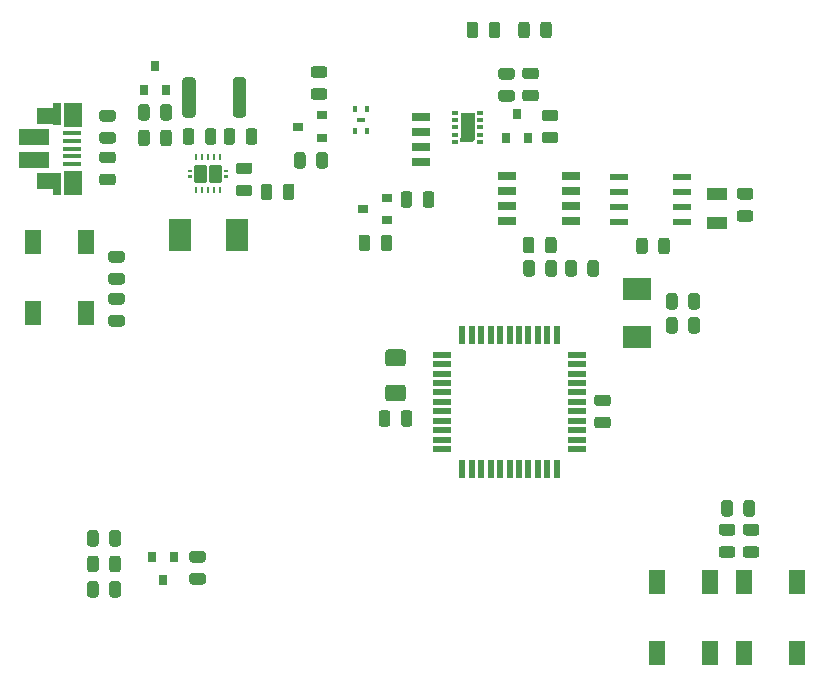
<source format=gtp>
G04 #@! TF.GenerationSoftware,KiCad,Pcbnew,(5.1.9)-1*
G04 #@! TF.CreationDate,2021-03-20T17:22:42+01:00*
G04 #@! TF.ProjectId,SmartSensor,536d6172-7453-4656-9e73-6f722e6b6963,rev?*
G04 #@! TF.SameCoordinates,Original*
G04 #@! TF.FileFunction,Paste,Top*
G04 #@! TF.FilePolarity,Positive*
%FSLAX46Y46*%
G04 Gerber Fmt 4.6, Leading zero omitted, Abs format (unit mm)*
G04 Created by KiCad (PCBNEW (5.1.9)-1) date 2021-03-20 17:22:42*
%MOMM*%
%LPD*%
G01*
G04 APERTURE LIST*
%ADD10R,0.800000X0.350000*%
%ADD11R,0.300000X0.500000*%
%ADD12R,2.000000X1.350000*%
%ADD13R,0.700000X1.825000*%
%ADD14R,1.500000X2.000000*%
%ADD15R,1.650000X0.400000*%
%ADD16R,2.500000X1.430000*%
%ADD17R,1.903000X2.790000*%
%ADD18R,0.800000X0.900000*%
%ADD19R,0.900000X0.800000*%
%ADD20R,0.240000X0.600000*%
%ADD21C,0.100000*%
%ADD22R,1.000000X0.300000*%
%ADD23R,1.300000X2.200000*%
%ADD24R,0.600000X0.400000*%
%ADD25R,1.550000X0.600000*%
%ADD26R,1.500000X0.550000*%
%ADD27R,0.550000X1.500000*%
%ADD28R,1.800000X1.000000*%
%ADD29R,1.500000X0.650000*%
%ADD30R,2.400000X1.900000*%
%ADD31R,1.600000X0.700000*%
%ADD32R,1.400000X2.100000*%
G04 APERTURE END LIST*
G36*
G01*
X226770250Y-127644500D02*
X225857750Y-127644500D01*
G75*
G02*
X225614000Y-127400750I0J243750D01*
G01*
X225614000Y-126913250D01*
G75*
G02*
X225857750Y-126669500I243750J0D01*
G01*
X226770250Y-126669500D01*
G75*
G02*
X227014000Y-126913250I0J-243750D01*
G01*
X227014000Y-127400750D01*
G75*
G02*
X226770250Y-127644500I-243750J0D01*
G01*
G37*
G36*
G01*
X226770250Y-129519500D02*
X225857750Y-129519500D01*
G75*
G02*
X225614000Y-129275750I0J243750D01*
G01*
X225614000Y-128788250D01*
G75*
G02*
X225857750Y-128544500I243750J0D01*
G01*
X226770250Y-128544500D01*
G75*
G02*
X227014000Y-128788250I0J-243750D01*
G01*
X227014000Y-129275750D01*
G75*
G02*
X226770250Y-129519500I-243750J0D01*
G01*
G37*
G36*
G01*
X184805500Y-99008250D02*
X184805500Y-98095750D01*
G75*
G02*
X185049250Y-97852000I243750J0D01*
G01*
X185536750Y-97852000D01*
G75*
G02*
X185780500Y-98095750I0J-243750D01*
G01*
X185780500Y-99008250D01*
G75*
G02*
X185536750Y-99252000I-243750J0D01*
G01*
X185049250Y-99252000D01*
G75*
G02*
X184805500Y-99008250I0J243750D01*
G01*
G37*
G36*
G01*
X186680500Y-99008250D02*
X186680500Y-98095750D01*
G75*
G02*
X186924250Y-97852000I243750J0D01*
G01*
X187411750Y-97852000D01*
G75*
G02*
X187655500Y-98095750I0J-243750D01*
G01*
X187655500Y-99008250D01*
G75*
G02*
X187411750Y-99252000I-243750J0D01*
G01*
X186924250Y-99252000D01*
G75*
G02*
X186680500Y-99008250I0J243750D01*
G01*
G37*
G36*
G01*
X184510500Y-93396750D02*
X184510500Y-94309250D01*
G75*
G02*
X184266750Y-94553000I-243750J0D01*
G01*
X183779250Y-94553000D01*
G75*
G02*
X183535500Y-94309250I0J243750D01*
G01*
X183535500Y-93396750D01*
G75*
G02*
X183779250Y-93153000I243750J0D01*
G01*
X184266750Y-93153000D01*
G75*
G02*
X184510500Y-93396750I0J-243750D01*
G01*
G37*
G36*
G01*
X182635500Y-93396750D02*
X182635500Y-94309250D01*
G75*
G02*
X182391750Y-94553000I-243750J0D01*
G01*
X181904250Y-94553000D01*
G75*
G02*
X181660500Y-94309250I0J243750D01*
G01*
X181660500Y-93396750D01*
G75*
G02*
X181904250Y-93153000I243750J0D01*
G01*
X182391750Y-93153000D01*
G75*
G02*
X182635500Y-93396750I0J-243750D01*
G01*
G37*
G36*
G01*
X175396500Y-93523750D02*
X175396500Y-94436250D01*
G75*
G02*
X175152750Y-94680000I-243750J0D01*
G01*
X174665250Y-94680000D01*
G75*
G02*
X174421500Y-94436250I0J243750D01*
G01*
X174421500Y-93523750D01*
G75*
G02*
X174665250Y-93280000I243750J0D01*
G01*
X175152750Y-93280000D01*
G75*
G02*
X175396500Y-93523750I0J-243750D01*
G01*
G37*
G36*
G01*
X177271500Y-93523750D02*
X177271500Y-94436250D01*
G75*
G02*
X177027750Y-94680000I-243750J0D01*
G01*
X176540250Y-94680000D01*
G75*
G02*
X176296500Y-94436250I0J243750D01*
G01*
X176296500Y-93523750D01*
G75*
G02*
X176540250Y-93280000I243750J0D01*
G01*
X177027750Y-93280000D01*
G75*
G02*
X177271500Y-93523750I0J-243750D01*
G01*
G37*
G36*
G01*
X178201500Y-94309250D02*
X178201500Y-93396750D01*
G75*
G02*
X178445250Y-93153000I243750J0D01*
G01*
X178932750Y-93153000D01*
G75*
G02*
X179176500Y-93396750I0J-243750D01*
G01*
X179176500Y-94309250D01*
G75*
G02*
X178932750Y-94553000I-243750J0D01*
G01*
X178445250Y-94553000D01*
G75*
G02*
X178201500Y-94309250I0J243750D01*
G01*
G37*
G36*
G01*
X180076500Y-94309250D02*
X180076500Y-93396750D01*
G75*
G02*
X180320250Y-93153000I243750J0D01*
G01*
X180807750Y-93153000D01*
G75*
G02*
X181051500Y-93396750I0J-243750D01*
G01*
X181051500Y-94309250D01*
G75*
G02*
X180807750Y-94553000I-243750J0D01*
G01*
X180320250Y-94553000D01*
G75*
G02*
X180076500Y-94309250I0J243750D01*
G01*
G37*
G36*
G01*
X208101250Y-89006500D02*
X207188750Y-89006500D01*
G75*
G02*
X206945000Y-88762750I0J243750D01*
G01*
X206945000Y-88275250D01*
G75*
G02*
X207188750Y-88031500I243750J0D01*
G01*
X208101250Y-88031500D01*
G75*
G02*
X208345000Y-88275250I0J-243750D01*
G01*
X208345000Y-88762750D01*
G75*
G02*
X208101250Y-89006500I-243750J0D01*
G01*
G37*
G36*
G01*
X208101250Y-90881500D02*
X207188750Y-90881500D01*
G75*
G02*
X206945000Y-90637750I0J243750D01*
G01*
X206945000Y-90150250D01*
G75*
G02*
X207188750Y-89906500I243750J0D01*
G01*
X208101250Y-89906500D01*
G75*
G02*
X208345000Y-90150250I0J-243750D01*
G01*
X208345000Y-90637750D01*
G75*
G02*
X208101250Y-90881500I-243750J0D01*
G01*
G37*
G36*
G01*
X206069250Y-90911500D02*
X205156750Y-90911500D01*
G75*
G02*
X204913000Y-90667750I0J243750D01*
G01*
X204913000Y-90180250D01*
G75*
G02*
X205156750Y-89936500I243750J0D01*
G01*
X206069250Y-89936500D01*
G75*
G02*
X206313000Y-90180250I0J-243750D01*
G01*
X206313000Y-90667750D01*
G75*
G02*
X206069250Y-90911500I-243750J0D01*
G01*
G37*
G36*
G01*
X206069250Y-89036500D02*
X205156750Y-89036500D01*
G75*
G02*
X204913000Y-88792750I0J243750D01*
G01*
X204913000Y-88305250D01*
G75*
G02*
X205156750Y-88061500I243750J0D01*
G01*
X206069250Y-88061500D01*
G75*
G02*
X206313000Y-88305250I0J-243750D01*
G01*
X206313000Y-88792750D01*
G75*
G02*
X206069250Y-89036500I-243750J0D01*
G01*
G37*
G36*
G01*
X198521500Y-99643250D02*
X198521500Y-98730750D01*
G75*
G02*
X198765250Y-98487000I243750J0D01*
G01*
X199252750Y-98487000D01*
G75*
G02*
X199496500Y-98730750I0J-243750D01*
G01*
X199496500Y-99643250D01*
G75*
G02*
X199252750Y-99887000I-243750J0D01*
G01*
X198765250Y-99887000D01*
G75*
G02*
X198521500Y-99643250I0J243750D01*
G01*
G37*
G36*
G01*
X196646500Y-99643250D02*
X196646500Y-98730750D01*
G75*
G02*
X196890250Y-98487000I243750J0D01*
G01*
X197377750Y-98487000D01*
G75*
G02*
X197621500Y-98730750I0J-243750D01*
G01*
X197621500Y-99643250D01*
G75*
G02*
X197377750Y-99887000I-243750J0D01*
G01*
X196890250Y-99887000D01*
G75*
G02*
X196646500Y-99643250I0J243750D01*
G01*
G37*
G36*
G01*
X190194250Y-88879500D02*
X189281750Y-88879500D01*
G75*
G02*
X189038000Y-88635750I0J243750D01*
G01*
X189038000Y-88148250D01*
G75*
G02*
X189281750Y-87904500I243750J0D01*
G01*
X190194250Y-87904500D01*
G75*
G02*
X190438000Y-88148250I0J-243750D01*
G01*
X190438000Y-88635750D01*
G75*
G02*
X190194250Y-88879500I-243750J0D01*
G01*
G37*
G36*
G01*
X190194250Y-90754500D02*
X189281750Y-90754500D01*
G75*
G02*
X189038000Y-90510750I0J243750D01*
G01*
X189038000Y-90023250D01*
G75*
G02*
X189281750Y-89779500I243750J0D01*
G01*
X190194250Y-89779500D01*
G75*
G02*
X190438000Y-90023250I0J-243750D01*
G01*
X190438000Y-90510750D01*
G75*
G02*
X190194250Y-90754500I-243750J0D01*
G01*
G37*
G36*
G01*
X221000500Y-108279250D02*
X221000500Y-107366750D01*
G75*
G02*
X221244250Y-107123000I243750J0D01*
G01*
X221731750Y-107123000D01*
G75*
G02*
X221975500Y-107366750I0J-243750D01*
G01*
X221975500Y-108279250D01*
G75*
G02*
X221731750Y-108523000I-243750J0D01*
G01*
X221244250Y-108523000D01*
G75*
G02*
X221000500Y-108279250I0J243750D01*
G01*
G37*
G36*
G01*
X219125500Y-108279250D02*
X219125500Y-107366750D01*
G75*
G02*
X219369250Y-107123000I243750J0D01*
G01*
X219856750Y-107123000D01*
G75*
G02*
X220100500Y-107366750I0J-243750D01*
G01*
X220100500Y-108279250D01*
G75*
G02*
X219856750Y-108523000I-243750J0D01*
G01*
X219369250Y-108523000D01*
G75*
G02*
X219125500Y-108279250I0J243750D01*
G01*
G37*
G36*
G01*
X223794500Y-125805250D02*
X223794500Y-124892750D01*
G75*
G02*
X224038250Y-124649000I243750J0D01*
G01*
X224525750Y-124649000D01*
G75*
G02*
X224769500Y-124892750I0J-243750D01*
G01*
X224769500Y-125805250D01*
G75*
G02*
X224525750Y-126049000I-243750J0D01*
G01*
X224038250Y-126049000D01*
G75*
G02*
X223794500Y-125805250I0J243750D01*
G01*
G37*
G36*
G01*
X225669500Y-125805250D02*
X225669500Y-124892750D01*
G75*
G02*
X225913250Y-124649000I243750J0D01*
G01*
X226400750Y-124649000D01*
G75*
G02*
X226644500Y-124892750I0J-243750D01*
G01*
X226644500Y-125805250D01*
G75*
G02*
X226400750Y-126049000I-243750J0D01*
G01*
X225913250Y-126049000D01*
G75*
G02*
X225669500Y-125805250I0J243750D01*
G01*
G37*
G36*
G01*
X219125500Y-110311250D02*
X219125500Y-109398750D01*
G75*
G02*
X219369250Y-109155000I243750J0D01*
G01*
X219856750Y-109155000D01*
G75*
G02*
X220100500Y-109398750I0J-243750D01*
G01*
X220100500Y-110311250D01*
G75*
G02*
X219856750Y-110555000I-243750J0D01*
G01*
X219369250Y-110555000D01*
G75*
G02*
X219125500Y-110311250I0J243750D01*
G01*
G37*
G36*
G01*
X221000500Y-110311250D02*
X221000500Y-109398750D01*
G75*
G02*
X221244250Y-109155000I243750J0D01*
G01*
X221731750Y-109155000D01*
G75*
G02*
X221975500Y-109398750I0J-243750D01*
G01*
X221975500Y-110311250D01*
G75*
G02*
X221731750Y-110555000I-243750J0D01*
G01*
X221244250Y-110555000D01*
G75*
G02*
X221000500Y-110311250I0J243750D01*
G01*
G37*
G36*
G01*
X214197250Y-118567500D02*
X213284750Y-118567500D01*
G75*
G02*
X213041000Y-118323750I0J243750D01*
G01*
X213041000Y-117836250D01*
G75*
G02*
X213284750Y-117592500I243750J0D01*
G01*
X214197250Y-117592500D01*
G75*
G02*
X214441000Y-117836250I0J-243750D01*
G01*
X214441000Y-118323750D01*
G75*
G02*
X214197250Y-118567500I-243750J0D01*
G01*
G37*
G36*
G01*
X214197250Y-116692500D02*
X213284750Y-116692500D01*
G75*
G02*
X213041000Y-116448750I0J243750D01*
G01*
X213041000Y-115961250D01*
G75*
G02*
X213284750Y-115717500I243750J0D01*
G01*
X214197250Y-115717500D01*
G75*
G02*
X214441000Y-115961250I0J-243750D01*
G01*
X214441000Y-116448750D01*
G75*
G02*
X214197250Y-116692500I-243750J0D01*
G01*
G37*
G36*
G01*
X196665000Y-118185250D02*
X196665000Y-117272750D01*
G75*
G02*
X196908750Y-117029000I243750J0D01*
G01*
X197396250Y-117029000D01*
G75*
G02*
X197640000Y-117272750I0J-243750D01*
G01*
X197640000Y-118185250D01*
G75*
G02*
X197396250Y-118429000I-243750J0D01*
G01*
X196908750Y-118429000D01*
G75*
G02*
X196665000Y-118185250I0J243750D01*
G01*
G37*
G36*
G01*
X194790000Y-118185250D02*
X194790000Y-117272750D01*
G75*
G02*
X195033750Y-117029000I243750J0D01*
G01*
X195521250Y-117029000D01*
G75*
G02*
X195765000Y-117272750I0J-243750D01*
G01*
X195765000Y-118185250D01*
G75*
G02*
X195521250Y-118429000I-243750J0D01*
G01*
X195033750Y-118429000D01*
G75*
G02*
X194790000Y-118185250I0J243750D01*
G01*
G37*
G36*
G01*
X218460500Y-103580250D02*
X218460500Y-102667750D01*
G75*
G02*
X218704250Y-102424000I243750J0D01*
G01*
X219191750Y-102424000D01*
G75*
G02*
X219435500Y-102667750I0J-243750D01*
G01*
X219435500Y-103580250D01*
G75*
G02*
X219191750Y-103824000I-243750J0D01*
G01*
X218704250Y-103824000D01*
G75*
G02*
X218460500Y-103580250I0J243750D01*
G01*
G37*
G36*
G01*
X216585500Y-103580250D02*
X216585500Y-102667750D01*
G75*
G02*
X216829250Y-102424000I243750J0D01*
G01*
X217316750Y-102424000D01*
G75*
G02*
X217560500Y-102667750I0J-243750D01*
G01*
X217560500Y-103580250D01*
G75*
G02*
X217316750Y-103824000I-243750J0D01*
G01*
X216829250Y-103824000D01*
G75*
G02*
X216585500Y-103580250I0J243750D01*
G01*
G37*
G36*
G01*
X171978500Y-132663250D02*
X171978500Y-131750750D01*
G75*
G02*
X172222250Y-131507000I243750J0D01*
G01*
X172709750Y-131507000D01*
G75*
G02*
X172953500Y-131750750I0J-243750D01*
G01*
X172953500Y-132663250D01*
G75*
G02*
X172709750Y-132907000I-243750J0D01*
G01*
X172222250Y-132907000D01*
G75*
G02*
X171978500Y-132663250I0J243750D01*
G01*
G37*
G36*
G01*
X170103500Y-132663250D02*
X170103500Y-131750750D01*
G75*
G02*
X170347250Y-131507000I243750J0D01*
G01*
X170834750Y-131507000D01*
G75*
G02*
X171078500Y-131750750I0J-243750D01*
G01*
X171078500Y-132663250D01*
G75*
G02*
X170834750Y-132907000I-243750J0D01*
G01*
X170347250Y-132907000D01*
G75*
G02*
X170103500Y-132663250I0J243750D01*
G01*
G37*
G36*
G01*
X170103500Y-130504250D02*
X170103500Y-129591750D01*
G75*
G02*
X170347250Y-129348000I243750J0D01*
G01*
X170834750Y-129348000D01*
G75*
G02*
X171078500Y-129591750I0J-243750D01*
G01*
X171078500Y-130504250D01*
G75*
G02*
X170834750Y-130748000I-243750J0D01*
G01*
X170347250Y-130748000D01*
G75*
G02*
X170103500Y-130504250I0J243750D01*
G01*
G37*
G36*
G01*
X171978500Y-130504250D02*
X171978500Y-129591750D01*
G75*
G02*
X172222250Y-129348000I243750J0D01*
G01*
X172709750Y-129348000D01*
G75*
G02*
X172953500Y-129591750I0J-243750D01*
G01*
X172953500Y-130504250D01*
G75*
G02*
X172709750Y-130748000I-243750J0D01*
G01*
X172222250Y-130748000D01*
G75*
G02*
X171978500Y-130504250I0J243750D01*
G01*
G37*
G36*
G01*
X170103500Y-128345250D02*
X170103500Y-127432750D01*
G75*
G02*
X170347250Y-127189000I243750J0D01*
G01*
X170834750Y-127189000D01*
G75*
G02*
X171078500Y-127432750I0J-243750D01*
G01*
X171078500Y-128345250D01*
G75*
G02*
X170834750Y-128589000I-243750J0D01*
G01*
X170347250Y-128589000D01*
G75*
G02*
X170103500Y-128345250I0J243750D01*
G01*
G37*
G36*
G01*
X171978500Y-128345250D02*
X171978500Y-127432750D01*
G75*
G02*
X172222250Y-127189000I243750J0D01*
G01*
X172709750Y-127189000D01*
G75*
G02*
X172953500Y-127432750I0J-243750D01*
G01*
X172953500Y-128345250D01*
G75*
G02*
X172709750Y-128589000I-243750J0D01*
G01*
X172222250Y-128589000D01*
G75*
G02*
X171978500Y-128345250I0J243750D01*
G01*
G37*
G36*
G01*
X175396500Y-91364750D02*
X175396500Y-92277250D01*
G75*
G02*
X175152750Y-92521000I-243750J0D01*
G01*
X174665250Y-92521000D01*
G75*
G02*
X174421500Y-92277250I0J243750D01*
G01*
X174421500Y-91364750D01*
G75*
G02*
X174665250Y-91121000I243750J0D01*
G01*
X175152750Y-91121000D01*
G75*
G02*
X175396500Y-91364750I0J-243750D01*
G01*
G37*
G36*
G01*
X177271500Y-91364750D02*
X177271500Y-92277250D01*
G75*
G02*
X177027750Y-92521000I-243750J0D01*
G01*
X176540250Y-92521000D01*
G75*
G02*
X176296500Y-92277250I0J243750D01*
G01*
X176296500Y-91364750D01*
G75*
G02*
X176540250Y-91121000I243750J0D01*
G01*
X177027750Y-91121000D01*
G75*
G02*
X177271500Y-91364750I0J-243750D01*
G01*
G37*
G36*
G01*
X224738250Y-129519500D02*
X223825750Y-129519500D01*
G75*
G02*
X223582000Y-129275750I0J243750D01*
G01*
X223582000Y-128788250D01*
G75*
G02*
X223825750Y-128544500I243750J0D01*
G01*
X224738250Y-128544500D01*
G75*
G02*
X224982000Y-128788250I0J-243750D01*
G01*
X224982000Y-129275750D01*
G75*
G02*
X224738250Y-129519500I-243750J0D01*
G01*
G37*
G36*
G01*
X224738250Y-127644500D02*
X223825750Y-127644500D01*
G75*
G02*
X223582000Y-127400750I0J243750D01*
G01*
X223582000Y-126913250D01*
G75*
G02*
X223825750Y-126669500I243750J0D01*
G01*
X224738250Y-126669500D01*
G75*
G02*
X224982000Y-126913250I0J-243750D01*
G01*
X224982000Y-127400750D01*
G75*
G02*
X224738250Y-127644500I-243750J0D01*
G01*
G37*
G36*
G01*
X211561500Y-104572750D02*
X211561500Y-105485250D01*
G75*
G02*
X211317750Y-105729000I-243750J0D01*
G01*
X210830250Y-105729000D01*
G75*
G02*
X210586500Y-105485250I0J243750D01*
G01*
X210586500Y-104572750D01*
G75*
G02*
X210830250Y-104329000I243750J0D01*
G01*
X211317750Y-104329000D01*
G75*
G02*
X211561500Y-104572750I0J-243750D01*
G01*
G37*
G36*
G01*
X213436500Y-104572750D02*
X213436500Y-105485250D01*
G75*
G02*
X213192750Y-105729000I-243750J0D01*
G01*
X212705250Y-105729000D01*
G75*
G02*
X212461500Y-105485250I0J243750D01*
G01*
X212461500Y-104572750D01*
G75*
G02*
X212705250Y-104329000I243750J0D01*
G01*
X213192750Y-104329000D01*
G75*
G02*
X213436500Y-104572750I0J-243750D01*
G01*
G37*
G36*
G01*
X172136750Y-103555500D02*
X173049250Y-103555500D01*
G75*
G02*
X173293000Y-103799250I0J-243750D01*
G01*
X173293000Y-104286750D01*
G75*
G02*
X173049250Y-104530500I-243750J0D01*
G01*
X172136750Y-104530500D01*
G75*
G02*
X171893000Y-104286750I0J243750D01*
G01*
X171893000Y-103799250D01*
G75*
G02*
X172136750Y-103555500I243750J0D01*
G01*
G37*
G36*
G01*
X172136750Y-105430500D02*
X173049250Y-105430500D01*
G75*
G02*
X173293000Y-105674250I0J-243750D01*
G01*
X173293000Y-106161750D01*
G75*
G02*
X173049250Y-106405500I-243750J0D01*
G01*
X172136750Y-106405500D01*
G75*
G02*
X171893000Y-106161750I0J243750D01*
G01*
X171893000Y-105674250D01*
G75*
G02*
X172136750Y-105430500I243750J0D01*
G01*
G37*
G36*
G01*
X225349750Y-98221500D02*
X226262250Y-98221500D01*
G75*
G02*
X226506000Y-98465250I0J-243750D01*
G01*
X226506000Y-98952750D01*
G75*
G02*
X226262250Y-99196500I-243750J0D01*
G01*
X225349750Y-99196500D01*
G75*
G02*
X225106000Y-98952750I0J243750D01*
G01*
X225106000Y-98465250D01*
G75*
G02*
X225349750Y-98221500I243750J0D01*
G01*
G37*
G36*
G01*
X225349750Y-100096500D02*
X226262250Y-100096500D01*
G75*
G02*
X226506000Y-100340250I0J-243750D01*
G01*
X226506000Y-100827750D01*
G75*
G02*
X226262250Y-101071500I-243750J0D01*
G01*
X225349750Y-101071500D01*
G75*
G02*
X225106000Y-100827750I0J243750D01*
G01*
X225106000Y-100340250D01*
G75*
G02*
X225349750Y-100096500I243750J0D01*
G01*
G37*
G36*
G01*
X183569500Y-89100999D02*
X183569500Y-92001001D01*
G75*
G02*
X183319501Y-92251000I-249999J0D01*
G01*
X182694499Y-92251000D01*
G75*
G02*
X182444500Y-92001001I0J249999D01*
G01*
X182444500Y-89100999D01*
G75*
G02*
X182694499Y-88851000I249999J0D01*
G01*
X183319501Y-88851000D01*
G75*
G02*
X183569500Y-89100999I0J-249999D01*
G01*
G37*
G36*
G01*
X179294500Y-89100999D02*
X179294500Y-92001001D01*
G75*
G02*
X179044501Y-92251000I-249999J0D01*
G01*
X178419499Y-92251000D01*
G75*
G02*
X178169500Y-92001001I0J249999D01*
G01*
X178169500Y-89100999D01*
G75*
G02*
X178419499Y-88851000I249999J0D01*
G01*
X179044501Y-88851000D01*
G75*
G02*
X179294500Y-89100999I0J-249999D01*
G01*
G37*
D10*
X193294000Y-92456000D03*
D11*
X192819000Y-91506000D03*
X193769000Y-93406000D03*
X192819000Y-93406000D03*
X193769000Y-91506000D03*
D12*
X166840000Y-97640000D03*
X166840000Y-92160000D03*
D13*
X167590000Y-91940000D03*
X167590000Y-97890000D03*
D14*
X168890000Y-92040000D03*
X168910000Y-97790000D03*
D15*
X168790000Y-93590000D03*
X168790000Y-94240000D03*
X168790000Y-94890000D03*
X168790000Y-95540000D03*
X168790000Y-96190000D03*
D16*
X165640000Y-93930000D03*
X165640000Y-95850000D03*
D17*
X182780000Y-102235000D03*
X177927000Y-102235000D03*
G36*
G01*
X195590000Y-111882500D02*
X196840000Y-111882500D01*
G75*
G02*
X197090000Y-112132500I0J-250000D01*
G01*
X197090000Y-113057500D01*
G75*
G02*
X196840000Y-113307500I-250000J0D01*
G01*
X195590000Y-113307500D01*
G75*
G02*
X195340000Y-113057500I0J250000D01*
G01*
X195340000Y-112132500D01*
G75*
G02*
X195590000Y-111882500I250000J0D01*
G01*
G37*
G36*
G01*
X195590000Y-114857500D02*
X196840000Y-114857500D01*
G75*
G02*
X197090000Y-115107500I0J-250000D01*
G01*
X197090000Y-116032500D01*
G75*
G02*
X196840000Y-116282500I-250000J0D01*
G01*
X195590000Y-116282500D01*
G75*
G02*
X195340000Y-116032500I0J250000D01*
G01*
X195340000Y-115107500D01*
G75*
G02*
X195590000Y-114857500I250000J0D01*
G01*
G37*
D18*
X175829000Y-87916000D03*
X176779000Y-89916000D03*
X174879000Y-89916000D03*
X206502000Y-91980000D03*
X207452000Y-93980000D03*
X205552000Y-93980000D03*
D19*
X195453000Y-100960000D03*
X195453000Y-99060000D03*
X193453000Y-100010000D03*
X189992000Y-93975000D03*
X189992000Y-92075000D03*
X187992000Y-93025000D03*
D18*
X177480000Y-129445000D03*
X175580000Y-129445000D03*
X176530000Y-131445000D03*
G36*
G01*
X172287250Y-92592500D02*
X171374750Y-92592500D01*
G75*
G02*
X171131000Y-92348750I0J243750D01*
G01*
X171131000Y-91861250D01*
G75*
G02*
X171374750Y-91617500I243750J0D01*
G01*
X172287250Y-91617500D01*
G75*
G02*
X172531000Y-91861250I0J-243750D01*
G01*
X172531000Y-92348750D01*
G75*
G02*
X172287250Y-92592500I-243750J0D01*
G01*
G37*
G36*
G01*
X172287250Y-94467500D02*
X171374750Y-94467500D01*
G75*
G02*
X171131000Y-94223750I0J243750D01*
G01*
X171131000Y-93736250D01*
G75*
G02*
X171374750Y-93492500I243750J0D01*
G01*
X172287250Y-93492500D01*
G75*
G02*
X172531000Y-93736250I0J-243750D01*
G01*
X172531000Y-94223750D01*
G75*
G02*
X172287250Y-94467500I-243750J0D01*
G01*
G37*
G36*
G01*
X172287250Y-97993500D02*
X171374750Y-97993500D01*
G75*
G02*
X171131000Y-97749750I0J243750D01*
G01*
X171131000Y-97262250D01*
G75*
G02*
X171374750Y-97018500I243750J0D01*
G01*
X172287250Y-97018500D01*
G75*
G02*
X172531000Y-97262250I0J-243750D01*
G01*
X172531000Y-97749750D01*
G75*
G02*
X172287250Y-97993500I-243750J0D01*
G01*
G37*
G36*
G01*
X172287250Y-96118500D02*
X171374750Y-96118500D01*
G75*
G02*
X171131000Y-95874750I0J243750D01*
G01*
X171131000Y-95387250D01*
G75*
G02*
X171374750Y-95143500I243750J0D01*
G01*
X172287250Y-95143500D01*
G75*
G02*
X172531000Y-95387250I0J-243750D01*
G01*
X172531000Y-95874750D01*
G75*
G02*
X172287250Y-96118500I-243750J0D01*
G01*
G37*
G36*
G01*
X182931750Y-97937500D02*
X183844250Y-97937500D01*
G75*
G02*
X184088000Y-98181250I0J-243750D01*
G01*
X184088000Y-98668750D01*
G75*
G02*
X183844250Y-98912500I-243750J0D01*
G01*
X182931750Y-98912500D01*
G75*
G02*
X182688000Y-98668750I0J243750D01*
G01*
X182688000Y-98181250D01*
G75*
G02*
X182931750Y-97937500I243750J0D01*
G01*
G37*
G36*
G01*
X182931750Y-96062500D02*
X183844250Y-96062500D01*
G75*
G02*
X184088000Y-96306250I0J-243750D01*
G01*
X184088000Y-96793750D01*
G75*
G02*
X183844250Y-97037500I-243750J0D01*
G01*
X182931750Y-97037500D01*
G75*
G02*
X182688000Y-96793750I0J243750D01*
G01*
X182688000Y-96306250D01*
G75*
G02*
X182931750Y-96062500I243750J0D01*
G01*
G37*
G36*
G01*
X208839750Y-93462500D02*
X209752250Y-93462500D01*
G75*
G02*
X209996000Y-93706250I0J-243750D01*
G01*
X209996000Y-94193750D01*
G75*
G02*
X209752250Y-94437500I-243750J0D01*
G01*
X208839750Y-94437500D01*
G75*
G02*
X208596000Y-94193750I0J243750D01*
G01*
X208596000Y-93706250D01*
G75*
G02*
X208839750Y-93462500I243750J0D01*
G01*
G37*
G36*
G01*
X208839750Y-91587500D02*
X209752250Y-91587500D01*
G75*
G02*
X209996000Y-91831250I0J-243750D01*
G01*
X209996000Y-92318750D01*
G75*
G02*
X209752250Y-92562500I-243750J0D01*
G01*
X208839750Y-92562500D01*
G75*
G02*
X208596000Y-92318750I0J243750D01*
G01*
X208596000Y-91831250D01*
G75*
G02*
X208839750Y-91587500I243750J0D01*
G01*
G37*
G36*
G01*
X195940500Y-102413750D02*
X195940500Y-103326250D01*
G75*
G02*
X195696750Y-103570000I-243750J0D01*
G01*
X195209250Y-103570000D01*
G75*
G02*
X194965500Y-103326250I0J243750D01*
G01*
X194965500Y-102413750D01*
G75*
G02*
X195209250Y-102170000I243750J0D01*
G01*
X195696750Y-102170000D01*
G75*
G02*
X195940500Y-102413750I0J-243750D01*
G01*
G37*
G36*
G01*
X194065500Y-102413750D02*
X194065500Y-103326250D01*
G75*
G02*
X193821750Y-103570000I-243750J0D01*
G01*
X193334250Y-103570000D01*
G75*
G02*
X193090500Y-103326250I0J243750D01*
G01*
X193090500Y-102413750D01*
G75*
G02*
X193334250Y-102170000I243750J0D01*
G01*
X193821750Y-102170000D01*
G75*
G02*
X194065500Y-102413750I0J-243750D01*
G01*
G37*
G36*
G01*
X190479500Y-95428750D02*
X190479500Y-96341250D01*
G75*
G02*
X190235750Y-96585000I-243750J0D01*
G01*
X189748250Y-96585000D01*
G75*
G02*
X189504500Y-96341250I0J243750D01*
G01*
X189504500Y-95428750D01*
G75*
G02*
X189748250Y-95185000I243750J0D01*
G01*
X190235750Y-95185000D01*
G75*
G02*
X190479500Y-95428750I0J-243750D01*
G01*
G37*
G36*
G01*
X188604500Y-95428750D02*
X188604500Y-96341250D01*
G75*
G02*
X188360750Y-96585000I-243750J0D01*
G01*
X187873250Y-96585000D01*
G75*
G02*
X187629500Y-96341250I0J243750D01*
G01*
X187629500Y-95428750D01*
G75*
G02*
X187873250Y-95185000I243750J0D01*
G01*
X188360750Y-95185000D01*
G75*
G02*
X188604500Y-95428750I0J-243750D01*
G01*
G37*
G36*
G01*
X202234500Y-85292250D02*
X202234500Y-84379750D01*
G75*
G02*
X202478250Y-84136000I243750J0D01*
G01*
X202965750Y-84136000D01*
G75*
G02*
X203209500Y-84379750I0J-243750D01*
G01*
X203209500Y-85292250D01*
G75*
G02*
X202965750Y-85536000I-243750J0D01*
G01*
X202478250Y-85536000D01*
G75*
G02*
X202234500Y-85292250I0J243750D01*
G01*
G37*
G36*
G01*
X204109500Y-85292250D02*
X204109500Y-84379750D01*
G75*
G02*
X204353250Y-84136000I243750J0D01*
G01*
X204840750Y-84136000D01*
G75*
G02*
X205084500Y-84379750I0J-243750D01*
G01*
X205084500Y-85292250D01*
G75*
G02*
X204840750Y-85536000I-243750J0D01*
G01*
X204353250Y-85536000D01*
G75*
G02*
X204109500Y-85292250I0J243750D01*
G01*
G37*
G36*
G01*
X208005500Y-104572750D02*
X208005500Y-105485250D01*
G75*
G02*
X207761750Y-105729000I-243750J0D01*
G01*
X207274250Y-105729000D01*
G75*
G02*
X207030500Y-105485250I0J243750D01*
G01*
X207030500Y-104572750D01*
G75*
G02*
X207274250Y-104329000I243750J0D01*
G01*
X207761750Y-104329000D01*
G75*
G02*
X208005500Y-104572750I0J-243750D01*
G01*
G37*
G36*
G01*
X209880500Y-104572750D02*
X209880500Y-105485250D01*
G75*
G02*
X209636750Y-105729000I-243750J0D01*
G01*
X209149250Y-105729000D01*
G75*
G02*
X208905500Y-105485250I0J243750D01*
G01*
X208905500Y-104572750D01*
G75*
G02*
X209149250Y-104329000I243750J0D01*
G01*
X209636750Y-104329000D01*
G75*
G02*
X209880500Y-104572750I0J-243750D01*
G01*
G37*
G36*
G01*
X207576000Y-84379750D02*
X207576000Y-85292250D01*
G75*
G02*
X207332250Y-85536000I-243750J0D01*
G01*
X206844750Y-85536000D01*
G75*
G02*
X206601000Y-85292250I0J243750D01*
G01*
X206601000Y-84379750D01*
G75*
G02*
X206844750Y-84136000I243750J0D01*
G01*
X207332250Y-84136000D01*
G75*
G02*
X207576000Y-84379750I0J-243750D01*
G01*
G37*
G36*
G01*
X209451000Y-84379750D02*
X209451000Y-85292250D01*
G75*
G02*
X209207250Y-85536000I-243750J0D01*
G01*
X208719750Y-85536000D01*
G75*
G02*
X208476000Y-85292250I0J243750D01*
G01*
X208476000Y-84379750D01*
G75*
G02*
X208719750Y-84136000I243750J0D01*
G01*
X209207250Y-84136000D01*
G75*
G02*
X209451000Y-84379750I0J-243750D01*
G01*
G37*
G36*
G01*
X178994750Y-128955500D02*
X179907250Y-128955500D01*
G75*
G02*
X180151000Y-129199250I0J-243750D01*
G01*
X180151000Y-129686750D01*
G75*
G02*
X179907250Y-129930500I-243750J0D01*
G01*
X178994750Y-129930500D01*
G75*
G02*
X178751000Y-129686750I0J243750D01*
G01*
X178751000Y-129199250D01*
G75*
G02*
X178994750Y-128955500I243750J0D01*
G01*
G37*
G36*
G01*
X178994750Y-130830500D02*
X179907250Y-130830500D01*
G75*
G02*
X180151000Y-131074250I0J-243750D01*
G01*
X180151000Y-131561750D01*
G75*
G02*
X179907250Y-131805500I-243750J0D01*
G01*
X178994750Y-131805500D01*
G75*
G02*
X178751000Y-131561750I0J243750D01*
G01*
X178751000Y-131074250D01*
G75*
G02*
X178994750Y-130830500I243750J0D01*
G01*
G37*
G36*
G01*
X172136750Y-107111500D02*
X173049250Y-107111500D01*
G75*
G02*
X173293000Y-107355250I0J-243750D01*
G01*
X173293000Y-107842750D01*
G75*
G02*
X173049250Y-108086500I-243750J0D01*
G01*
X172136750Y-108086500D01*
G75*
G02*
X171893000Y-107842750I0J243750D01*
G01*
X171893000Y-107355250D01*
G75*
G02*
X172136750Y-107111500I243750J0D01*
G01*
G37*
G36*
G01*
X172136750Y-108986500D02*
X173049250Y-108986500D01*
G75*
G02*
X173293000Y-109230250I0J-243750D01*
G01*
X173293000Y-109717750D01*
G75*
G02*
X173049250Y-109961500I-243750J0D01*
G01*
X172136750Y-109961500D01*
G75*
G02*
X171893000Y-109717750I0J243750D01*
G01*
X171893000Y-109230250D01*
G75*
G02*
X172136750Y-108986500I243750J0D01*
G01*
G37*
G36*
G01*
X181378000Y-97781000D02*
X180530000Y-97781000D01*
G75*
G02*
X180424000Y-97675000I0J106000D01*
G01*
X180424000Y-96387000D01*
G75*
G02*
X180530000Y-96281000I106000J0D01*
G01*
X181378000Y-96281000D01*
G75*
G02*
X181484000Y-96387000I0J-106000D01*
G01*
X181484000Y-97675000D01*
G75*
G02*
X181378000Y-97781000I-106000J0D01*
G01*
G37*
G36*
G01*
X180118000Y-97781000D02*
X179270000Y-97781000D01*
G75*
G02*
X179164000Y-97675000I0J106000D01*
G01*
X179164000Y-96387000D01*
G75*
G02*
X179270000Y-96281000I106000J0D01*
G01*
X180118000Y-96281000D01*
G75*
G02*
X180224000Y-96387000I0J-106000D01*
G01*
X180224000Y-97675000D01*
G75*
G02*
X180118000Y-97781000I-106000J0D01*
G01*
G37*
G36*
G01*
X178939000Y-97406000D02*
X178649000Y-97406000D01*
G75*
G02*
X178624000Y-97381000I0J25000D01*
G01*
X178624000Y-97181000D01*
G75*
G02*
X178649000Y-97156000I25000J0D01*
G01*
X178939000Y-97156000D01*
G75*
G02*
X178964000Y-97181000I0J-25000D01*
G01*
X178964000Y-97381000D01*
G75*
G02*
X178939000Y-97406000I-25000J0D01*
G01*
G37*
G36*
G01*
X178939000Y-96906000D02*
X178649000Y-96906000D01*
G75*
G02*
X178624000Y-96881000I0J25000D01*
G01*
X178624000Y-96681000D01*
G75*
G02*
X178649000Y-96656000I25000J0D01*
G01*
X178939000Y-96656000D01*
G75*
G02*
X178964000Y-96681000I0J-25000D01*
G01*
X178964000Y-96881000D01*
G75*
G02*
X178939000Y-96906000I-25000J0D01*
G01*
G37*
G36*
G01*
X181999000Y-97406000D02*
X181709000Y-97406000D01*
G75*
G02*
X181684000Y-97381000I0J25000D01*
G01*
X181684000Y-97181000D01*
G75*
G02*
X181709000Y-97156000I25000J0D01*
G01*
X181999000Y-97156000D01*
G75*
G02*
X182024000Y-97181000I0J-25000D01*
G01*
X182024000Y-97381000D01*
G75*
G02*
X181999000Y-97406000I-25000J0D01*
G01*
G37*
G36*
G01*
X181999000Y-96906000D02*
X181709000Y-96906000D01*
G75*
G02*
X181684000Y-96881000I0J25000D01*
G01*
X181684000Y-96681000D01*
G75*
G02*
X181709000Y-96656000I25000J0D01*
G01*
X181999000Y-96656000D01*
G75*
G02*
X182024000Y-96681000I0J-25000D01*
G01*
X182024000Y-96881000D01*
G75*
G02*
X181999000Y-96906000I-25000J0D01*
G01*
G37*
D20*
X179324000Y-98431000D03*
X179824000Y-98431000D03*
X180324000Y-98431000D03*
X180824000Y-98431000D03*
X181324000Y-98431000D03*
X181324000Y-95631000D03*
X180824000Y-95631000D03*
X180324000Y-95631000D03*
X179824000Y-95631000D03*
X179324000Y-95631000D03*
D21*
G36*
X202961000Y-94041000D02*
G01*
X202661000Y-94341000D01*
X201961000Y-94341000D01*
X201661000Y-94041000D01*
X202961000Y-94041000D01*
G37*
D22*
X202161000Y-94191000D03*
D23*
X202311000Y-92941000D03*
D24*
X201261000Y-91891000D03*
X201261000Y-92491000D03*
X201261000Y-94291000D03*
X201261000Y-93691000D03*
X203361000Y-91891000D03*
X203361000Y-94291000D03*
X203361000Y-93691000D03*
X203361000Y-93091000D03*
X203361000Y-92491000D03*
X201261000Y-93091000D03*
D25*
X220505000Y-101092000D03*
X220505000Y-99822000D03*
X220505000Y-98552000D03*
X220505000Y-97282000D03*
X215105000Y-97282000D03*
X215105000Y-98552000D03*
X215105000Y-99822000D03*
X215105000Y-101092000D03*
D26*
X211567000Y-120332000D03*
X211567000Y-119532000D03*
X211567000Y-118732000D03*
X211567000Y-117932000D03*
X211567000Y-117132000D03*
X211567000Y-116332000D03*
X211567000Y-115532000D03*
X211567000Y-114732000D03*
X211567000Y-113932000D03*
X211567000Y-113132000D03*
X211567000Y-112332000D03*
D27*
X209867000Y-110632000D03*
X209067000Y-110632000D03*
X208267000Y-110632000D03*
X207467000Y-110632000D03*
X206667000Y-110632000D03*
X205867000Y-110632000D03*
X205067000Y-110632000D03*
X204267000Y-110632000D03*
X203467000Y-110632000D03*
X202667000Y-110632000D03*
X201867000Y-110632000D03*
D26*
X200167000Y-112332000D03*
X200167000Y-113132000D03*
X200167000Y-113932000D03*
X200167000Y-114732000D03*
X200167000Y-115532000D03*
X200167000Y-116332000D03*
X200167000Y-117132000D03*
X200167000Y-117932000D03*
X200167000Y-118732000D03*
X200167000Y-119532000D03*
X200167000Y-120332000D03*
D27*
X201867000Y-122032000D03*
X202667000Y-122032000D03*
X203467000Y-122032000D03*
X204267000Y-122032000D03*
X205067000Y-122032000D03*
X205867000Y-122032000D03*
X206667000Y-122032000D03*
X207467000Y-122032000D03*
X208267000Y-122032000D03*
X209067000Y-122032000D03*
X209867000Y-122032000D03*
D28*
X223393000Y-101219000D03*
X223393000Y-98719000D03*
G36*
G01*
X206997000Y-103516750D02*
X206997000Y-102604250D01*
G75*
G02*
X207240750Y-102360500I243750J0D01*
G01*
X207728250Y-102360500D01*
G75*
G02*
X207972000Y-102604250I0J-243750D01*
G01*
X207972000Y-103516750D01*
G75*
G02*
X207728250Y-103760500I-243750J0D01*
G01*
X207240750Y-103760500D01*
G75*
G02*
X206997000Y-103516750I0J243750D01*
G01*
G37*
G36*
G01*
X208872000Y-103516750D02*
X208872000Y-102604250D01*
G75*
G02*
X209115750Y-102360500I243750J0D01*
G01*
X209603250Y-102360500D01*
G75*
G02*
X209847000Y-102604250I0J-243750D01*
G01*
X209847000Y-103516750D01*
G75*
G02*
X209603250Y-103760500I-243750J0D01*
G01*
X209115750Y-103760500D01*
G75*
G02*
X208872000Y-103516750I0J243750D01*
G01*
G37*
D29*
X211043500Y-101028500D03*
X211043500Y-99758500D03*
X211043500Y-98488500D03*
X211043500Y-97218500D03*
X205643500Y-97218500D03*
X205643500Y-98488500D03*
X205643500Y-99758500D03*
X205643500Y-101028500D03*
D30*
X216662000Y-106771000D03*
X216662000Y-110871000D03*
D31*
X198393000Y-96041000D03*
X198393000Y-94771000D03*
X198393000Y-93501000D03*
X198393000Y-92231000D03*
D32*
X230215000Y-131620000D03*
X230215000Y-137620000D03*
X225715000Y-131620000D03*
X225715000Y-137620000D03*
X170017000Y-102791000D03*
X170017000Y-108791000D03*
X165517000Y-102791000D03*
X165517000Y-108791000D03*
X222849000Y-131620000D03*
X222849000Y-137620000D03*
X218349000Y-131620000D03*
X218349000Y-137620000D03*
M02*

</source>
